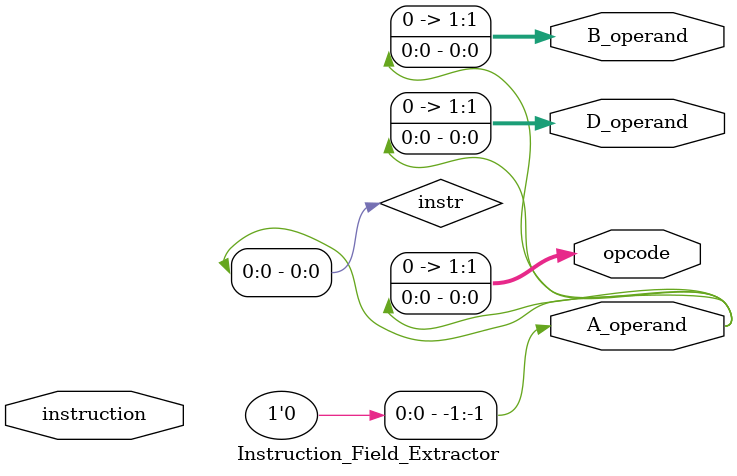
<source format=v>


module Instruction_Field_Extractor 
#(
    parameter       INSTRUCTION_WIDTH       = 0,
    parameter       OPCODE_WIDTH            = 0,
    parameter       D_OPERAND_WIDTH         = 0,
    parameter       A_OPERAND_WIDTH         = 0,
    parameter       B_OPERAND_WIDTH         = 0
)
(
    input   wire    [INSTRUCTION_WIDTH-1:0] instruction,
    output  reg     [OPCODE_WIDTH-1:0]      opcode,
    output  reg     [D_OPERAND_WIDTH-1:0]   D_operand,   // Destination 
    output  reg     [A_OPERAND_WIDTH-1:0]   A_operand,   // Source
    output  reg     [B_OPERAND_WIDTH-1:0]   B_operand    // Source
);
    always @(*) begin
        opcode      <= instr[(INSTR_WIDTH-1)                                                        : (D_OPERAND_WIDTH + A_OPERAND_WIDTH + B_OPERAND_WIDTH)];
        D_operand   <= instr[(INSTR_WIDTH - OPCODE_WIDTH - 1)                                       : (A_OPERAND_WIDTH + B_OPERAND_WIDTH)];
        A_operand   <= instr[(INSTR_WIDTH - OPCODE_WIDTH - D_OPERAND_WIDTH - 1)                     : B_OPERAND_WIDTH];
        B_operand   <= instr[(INSTR_WIDTH - OPCODE_WIDTH - D_OPERAND_WIDTH - A_OPERAND_WIDTH - 1)   : 0];
    end
endmodule


</source>
